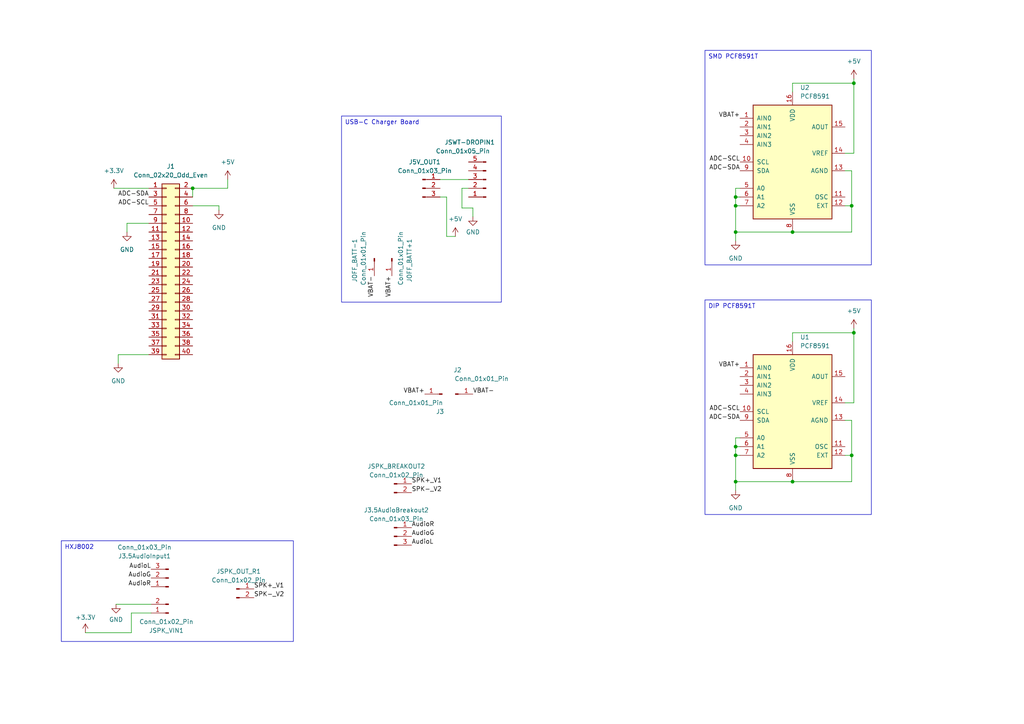
<source format=kicad_sch>
(kicad_sch (version 20230121) (generator eeschema)
  (paper "A4")
  (lib_symbols
    (symbol "Connector:Conn_01x01_Pin" (pin_names (offset 1.016) hide)
      (property "Reference" "J" (at 0 2.54 0))
      (property "Value" "Conn_01x01_Pin" (at 0 -2.54 0))
      (symbol "Conn_01x01_Pin_1_1"
        (polyline (pts (xy 1.27 0) (xy 0.8636 0)) (stroke (width 0.1524)))
        (rectangle (start 0.8636 0.127) (end 0 -0.127) (stroke (width 0.1524)) (fill (type outline)))
        (pin passive line (at 5.08 0 180) (length 3.81) (name "Pin_1") (number "1"))
      )
    )
    (symbol "Connector:Conn_01x02_Pin" (pin_names (offset 1.016) hide)
      (property "Reference" "J" (at 0 2.54 0))
      (property "Value" "Conn_01x02_Pin" (at 0 -5.08 0))
      (symbol "Conn_01x02_Pin_1_1"
        (polyline (pts (xy 1.27 -2.54) (xy 0.8636 -2.54)) (stroke (width 0.1524)))
        (polyline (pts (xy 1.27 0) (xy 0.8636 0)) (stroke (width 0.1524)))
        (rectangle (start 0.8636 -2.413) (end 0 -2.667) (stroke (width 0.1524)) (fill (type outline)))
        (rectangle (start 0.8636 0.127) (end 0 -0.127) (stroke (width 0.1524)) (fill (type outline)))
        (pin passive line (at 5.08 0 180) (length 3.81) (name "Pin_1") (number "1"))
        (pin passive line (at 5.08 -2.54 180) (length 3.81) (name "Pin_2") (number "2"))
      )
    )
    (symbol "Connector:Conn_01x03_Pin" (pin_names (offset 1.016) hide)
      (property "Reference" "J" (at 0 5.08 0))
      (property "Value" "Conn_01x03_Pin" (at 0 -5.08 0))
      (symbol "Conn_01x03_Pin_1_1"
        (polyline (pts (xy 1.27 -2.54) (xy 0.8636 -2.54)) (stroke (width 0.1524)))
        (polyline (pts (xy 1.27 0) (xy 0.8636 0)) (stroke (width 0.1524)))
        (polyline (pts (xy 1.27 2.54) (xy 0.8636 2.54)) (stroke (width 0.1524)))
        (rectangle (start 0.8636 -2.413) (end 0 -2.667) (stroke (width 0.1524)) (fill (type outline)))
        (rectangle (start 0.8636 0.127) (end 0 -0.127) (stroke (width 0.1524)) (fill (type outline)))
        (rectangle (start 0.8636 2.667) (end 0 2.413) (stroke (width 0.1524)) (fill (type outline)))
        (pin passive line (at 5.08 2.54 180) (length 3.81) (name "Pin_1") (number "1"))
        (pin passive line (at 5.08 0 180) (length 3.81) (name "Pin_2") (number "2"))
        (pin passive line (at 5.08 -2.54 180) (length 3.81) (name "Pin_3") (number "3"))
      )
    )
    (symbol "Connector:Conn_01x05_Pin" (pin_names (offset 1.016) hide)
      (property "Reference" "J" (at 0 7.62 0))
      (property "Value" "Conn_01x05_Pin" (at 0 -7.62 0))
      (symbol "Conn_01x05_Pin_1_1"
        (polyline (pts (xy 1.27 -5.08) (xy 0.8636 -5.08)) (stroke (width 0.1524)))
        (polyline (pts (xy 1.27 -2.54) (xy 0.8636 -2.54)) (stroke (width 0.1524)))
        (polyline (pts (xy 1.27 0) (xy 0.8636 0)) (stroke (width 0.1524)))
        (polyline (pts (xy 1.27 2.54) (xy 0.8636 2.54)) (stroke (width 0.1524)))
        (polyline (pts (xy 1.27 5.08) (xy 0.8636 5.08)) (stroke (width 0.1524)))
        (rectangle (start 0.8636 -4.953) (end 0 -5.207) (stroke (width 0.1524)) (fill (type outline)))
        (rectangle (start 0.8636 -2.413) (end 0 -2.667) (stroke (width 0.1524)) (fill (type outline)))
        (rectangle (start 0.8636 0.127) (end 0 -0.127) (stroke (width 0.1524)) (fill (type outline)))
        (rectangle (start 0.8636 2.667) (end 0 2.413) (stroke (width 0.1524)) (fill (type outline)))
        (rectangle (start 0.8636 5.207) (end 0 4.953) (stroke (width 0.1524)) (fill (type outline)))
        (pin passive line (at 5.08 5.08 180) (length 3.81) (name "Pin_1") (number "1"))
        (pin passive line (at 5.08 2.54 180) (length 3.81) (name "Pin_2") (number "2"))
        (pin passive line (at 5.08 0 180) (length 3.81) (name "Pin_3") (number "3"))
        (pin passive line (at 5.08 -2.54 180) (length 3.81) (name "Pin_4") (number "4"))
        (pin passive line (at 5.08 -5.08 180) (length 3.81) (name "Pin_5") (number "5"))
      )
    )
    (symbol "Connector_Generic:Conn_02x20_Odd_Even" (pin_names (offset 1.016) hide)
      (property "Reference" "J" (at 1.27 25.4 0))
      (property "Value" "Conn_02x20_Odd_Even" (at 1.27 -27.94 0))
      (symbol "Conn_02x20_Odd_Even_1_1"
        (rectangle (start -1.27 -25.273) (end 0 -25.527) (stroke (width 0.1524)))
        (rectangle (start -1.27 -22.733) (end 0 -22.987) (stroke (width 0.1524)))
        (rectangle (start -1.27 -20.193) (end 0 -20.447) (stroke (width 0.1524)))
        (rectangle (start -1.27 -17.653) (end 0 -17.907) (stroke (width 0.1524)))
        (rectangle (start -1.27 -15.113) (end 0 -15.367) (stroke (width 0.1524)))
        (rectangle (start -1.27 -12.573) (end 0 -12.827) (stroke (width 0.1524)))
        (rectangle (start -1.27 -10.033) (end 0 -10.287) (stroke (width 0.1524)))
        (rectangle (start -1.27 -7.493) (end 0 -7.747) (stroke (width 0.1524)))
        (rectangle (start -1.27 -4.953) (end 0 -5.207) (stroke (width 0.1524)))
        (rectangle (start -1.27 -2.413) (end 0 -2.667) (stroke (width 0.1524)))
        (rectangle (start -1.27 0.127) (end 0 -0.127) (stroke (width 0.1524)))
        (rectangle (start -1.27 2.667) (end 0 2.413) (stroke (width 0.1524)))
        (rectangle (start -1.27 5.207) (end 0 4.953) (stroke (width 0.1524)))
        (rectangle (start -1.27 7.747) (end 0 7.493) (stroke (width 0.1524)))
        (rectangle (start -1.27 10.287) (end 0 10.033) (stroke (width 0.1524)))
        (rectangle (start -1.27 12.827) (end 0 12.573) (stroke (width 0.1524)))
        (rectangle (start -1.27 15.367) (end 0 15.113) (stroke (width 0.1524)))
        (rectangle (start -1.27 17.907) (end 0 17.653) (stroke (width 0.1524)))
        (rectangle (start -1.27 20.447) (end 0 20.193) (stroke (width 0.1524)))
        (rectangle (start -1.27 22.987) (end 0 22.733) (stroke (width 0.1524)))
        (rectangle (start -1.27 24.13) (end 3.81 -26.67) (stroke (width 0.254)) (fill (type background)))
        (rectangle (start 3.81 -25.273) (end 2.54 -25.527) (stroke (width 0.1524)))
        (rectangle (start 3.81 -22.733) (end 2.54 -22.987) (stroke (width 0.1524)))
        (rectangle (start 3.81 -20.193) (end 2.54 -20.447) (stroke (width 0.1524)))
        (rectangle (start 3.81 -17.653) (end 2.54 -17.907) (stroke (width 0.1524)))
        (rectangle (start 3.81 -15.113) (end 2.54 -15.367) (stroke (width 0.1524)))
        (rectangle (start 3.81 -12.573) (end 2.54 -12.827) (stroke (width 0.1524)))
        (rectangle (start 3.81 -10.033) (end 2.54 -10.287) (stroke (width 0.1524)))
        (rectangle (start 3.81 -7.493) (end 2.54 -7.747) (stroke (width 0.1524)))
        (rectangle (start 3.81 -4.953) (end 2.54 -5.207) (stroke (width 0.1524)))
        (rectangle (start 3.81 -2.413) (end 2.54 -2.667) (stroke (width 0.1524)))
        (rectangle (start 3.81 0.127) (end 2.54 -0.127) (stroke (width 0.1524)))
        (rectangle (start 3.81 2.667) (end 2.54 2.413) (stroke (width 0.1524)))
        (rectangle (start 3.81 5.207) (end 2.54 4.953) (stroke (width 0.1524)))
        (rectangle (start 3.81 7.747) (end 2.54 7.493) (stroke (width 0.1524)))
        (rectangle (start 3.81 10.287) (end 2.54 10.033) (stroke (width 0.1524)))
        (rectangle (start 3.81 12.827) (end 2.54 12.573) (stroke (width 0.1524)))
        (rectangle (start 3.81 15.367) (end 2.54 15.113) (stroke (width 0.1524)))
        (rectangle (start 3.81 17.907) (end 2.54 17.653) (stroke (width 0.1524)))
        (rectangle (start 3.81 20.447) (end 2.54 20.193) (stroke (width 0.1524)))
        (rectangle (start 3.81 22.987) (end 2.54 22.733) (stroke (width 0.1524)))
        (pin passive line (at -5.08 22.86 0) (length 3.81) (name "Pin_1") (number "1"))
        (pin passive line (at 7.62 12.7 180) (length 3.81) (name "Pin_10") (number "10"))
        (pin passive line (at -5.08 10.16 0) (length 3.81) (name "Pin_11") (number "11"))
        (pin passive line (at 7.62 10.16 180) (length 3.81) (name "Pin_12") (number "12"))
        (pin passive line (at -5.08 7.62 0) (length 3.81) (name "Pin_13") (number "13"))
        (pin passive line (at 7.62 7.62 180) (length 3.81) (name "Pin_14") (number "14"))
        (pin passive line (at -5.08 5.08 0) (length 3.81) (name "Pin_15") (number "15"))
        (pin passive line (at 7.62 5.08 180) (length 3.81) (name "Pin_16") (number "16"))
        (pin passive line (at -5.08 2.54 0) (length 3.81) (name "Pin_17") (number "17"))
        (pin passive line (at 7.62 2.54 180) (length 3.81) (name "Pin_18") (number "18"))
        (pin passive line (at -5.08 0 0) (length 3.81) (name "Pin_19") (number "19"))
        (pin passive line (at 7.62 22.86 180) (length 3.81) (name "Pin_2") (number "2"))
        (pin passive line (at 7.62 0 180) (length 3.81) (name "Pin_20") (number "20"))
        (pin passive line (at -5.08 -2.54 0) (length 3.81) (name "Pin_21") (number "21"))
        (pin passive line (at 7.62 -2.54 180) (length 3.81) (name "Pin_22") (number "22"))
        (pin passive line (at -5.08 -5.08 0) (length 3.81) (name "Pin_23") (number "23"))
        (pin passive line (at 7.62 -5.08 180) (length 3.81) (name "Pin_24") (number "24"))
        (pin passive line (at -5.08 -7.62 0) (length 3.81) (name "Pin_25") (number "25"))
        (pin passive line (at 7.62 -7.62 180) (length 3.81) (name "Pin_26") (number "26"))
        (pin passive line (at -5.08 -10.16 0) (length 3.81) (name "Pin_27") (number "27"))
        (pin passive line (at 7.62 -10.16 180) (length 3.81) (name "Pin_28") (number "28"))
        (pin passive line (at -5.08 -12.7 0) (length 3.81) (name "Pin_29") (number "29"))
        (pin passive line (at -5.08 20.32 0) (length 3.81) (name "Pin_3") (number "3"))
        (pin passive line (at 7.62 -12.7 180) (length 3.81) (name "Pin_30") (number "30"))
        (pin passive line (at -5.08 -15.24 0) (length 3.81) (name "Pin_31") (number "31"))
        (pin passive line (at 7.62 -15.24 180) (length 3.81) (name "Pin_32") (number "32"))
        (pin passive line (at -5.08 -17.78 0) (length 3.81) (name "Pin_33") (number "33"))
        (pin passive line (at 7.62 -17.78 180) (length 3.81) (name "Pin_34") (number "34"))
        (pin passive line (at -5.08 -20.32 0) (length 3.81) (name "Pin_35") (number "35"))
        (pin passive line (at 7.62 -20.32 180) (length 3.81) (name "Pin_36") (number "36"))
        (pin passive line (at -5.08 -22.86 0) (length 3.81) (name "Pin_37") (number "37"))
        (pin passive line (at 7.62 -22.86 180) (length 3.81) (name "Pin_38") (number "38"))
        (pin passive line (at -5.08 -25.4 0) (length 3.81) (name "Pin_39") (number "39"))
        (pin passive line (at 7.62 20.32 180) (length 3.81) (name "Pin_4") (number "4"))
        (pin passive line (at 7.62 -25.4 180) (length 3.81) (name "Pin_40") (number "40"))
        (pin passive line (at -5.08 17.78 0) (length 3.81) (name "Pin_5") (number "5"))
        (pin passive line (at 7.62 17.78 180) (length 3.81) (name "Pin_6") (number "6"))
        (pin passive line (at -5.08 15.24 0) (length 3.81) (name "Pin_7") (number "7"))
        (pin passive line (at 7.62 15.24 180) (length 3.81) (name "Pin_8") (number "8"))
        (pin passive line (at -5.08 12.7 0) (length 3.81) (name "Pin_9") (number "9"))
      )
    )
    (symbol "Interface_Expansion:PCF8591" (pin_names (offset 1.016))
      (property "Reference" "U" (at -11.43 17.78 0))
      (property "Value" "PCF8591" (at 3.81 17.78 0))
      (symbol "PCF8591_0_1"
        (rectangle (start -11.43 -16.51) (end 11.43 16.51) (stroke (width 0.254)) (fill (type background)))
      )
      (symbol "PCF8591_1_1"
        (pin passive line (at -15.24 12.7 0) (length 3.81) (name "AIN0") (number "1"))
        (pin input line (at -15.24 0 0) (length 3.81) (name "SCL") (number "10"))
        (pin bidirectional line (at 15.24 -10.16 180) (length 3.81) (name "OSC") (number "11"))
        (pin input line (at 15.24 -12.7 180) (length 3.81) (name "EXT") (number "12"))
        (pin power_out line (at 15.24 -2.54 180) (length 3.81) (name "AGND") (number "13"))
        (pin passive line (at 15.24 2.54 180) (length 3.81) (name "VREF") (number "14"))
        (pin passive line (at 15.24 10.16 180) (length 3.81) (name "AOUT") (number "15"))
        (pin power_in line (at 0 20.32 270) (length 3.81) (name "VDD") (number "16"))
        (pin passive line (at -15.24 10.16 0) (length 3.81) (name "AIN1") (number "2"))
        (pin passive line (at -15.24 7.62 0) (length 3.81) (name "AIN2") (number "3"))
        (pin passive line (at -15.24 5.08 0) (length 3.81) (name "AIN3") (number "4"))
        (pin input line (at -15.24 -7.62 0) (length 3.81) (name "A0") (number "5"))
        (pin input line (at -15.24 -10.16 0) (length 3.81) (name "A1") (number "6"))
        (pin input line (at -15.24 -12.7 0) (length 3.81) (name "A2") (number "7"))
        (pin power_in line (at 0 -20.32 90) (length 3.81) (name "VSS") (number "8"))
        (pin bidirectional line (at -15.24 -2.54 0) (length 3.81) (name "SDA") (number "9"))
      )
    )
    (symbol "power:+3.3V" (power) (pin_names (offset 0))
      (property "Value" "+3.3V" (at 0 3.556 0))
      (symbol "+3.3V_0_1"
        (polyline (pts (xy -0.762 1.27) (xy 0 2.54)))
        (polyline (pts (xy 0 0) (xy 0 2.54)))
        (polyline (pts (xy 0 2.54) (xy 0.762 1.27)))
      )
      (symbol "+3.3V_1_1"
        (pin power_in line (at 0 0 90) (length 0) hide (name "+3.3V") (number "1"))
      )
    )
    (symbol "power:+5V" (power) (pin_names (offset 0))
      (property "Value" "+5V" (at 0 3.556 0))
      (symbol "+5V_0_1"
        (polyline (pts (xy -0.762 1.27) (xy 0 2.54)))
        (polyline (pts (xy 0 0) (xy 0 2.54)))
        (polyline (pts (xy 0 2.54) (xy 0.762 1.27)))
      )
      (symbol "+5V_1_1"
        (pin power_in line (at 0 0 90) (length 0) hide (name "+5V") (number "1"))
      )
    )
    (symbol "power:GND" (power) (pin_names (offset 0))
      (property "Value" "GND" (at 0 -3.81 0))
      (symbol "GND_0_1"
        (polyline (pts (xy 0 0) (xy 0 -1.27) (xy 1.27 -1.27) (xy 0 -2.54) (xy -1.27 -1.27) (xy 0 -1.27)))
      )
      (symbol "GND_1_1"
        (pin power_in line (at 0 0 270) (length 0) hide (name "GND") (number "1"))
      )
    )
  )
  (junction (at 213.36 59.69))
  (junction (at 213.36 129.54))
  (junction (at 229.87 67.31))
  (junction (at 247.015 132.08))
  (junction (at 213.36 57.15))
  (junction (at 247.65 96.52))
  (junction (at 213.36 139.7))
  (junction (at 247.65 24.13))
  (junction (at 229.87 139.7))
  (junction (at 213.36 67.31))
  (junction (at 213.36 132.08))
  (junction (at 55.88 54.61))
  (junction (at 247.015 59.69))
  (wire (pts (xy 247.015 132.08) (xy 247.015 139.7)))
  (wire (pts (xy 43.815 177.8) (xy 38.1 177.8)))
  (wire (pts (xy 229.87 96.52) (xy 247.65 96.52)))
  (wire (pts (xy 129.54 68.58) (xy 132.08 68.58)))
  (wire (pts (xy 247.015 139.7) (xy 229.87 139.7)))
  (wire (pts (xy 213.36 139.7) (xy 229.87 139.7)))
  (wire (pts (xy 247.65 96.52) (xy 247.65 116.84)))
  (wire (pts (xy 229.87 26.67) (xy 229.87 24.13)))
  (wire (pts (xy 247.65 22.86) (xy 247.65 24.13)))
  (wire (pts (xy 213.36 132.08) (xy 213.36 139.7)))
  (wire (pts (xy 66.04 52.07) (xy 66.04 54.61)))
  (wire (pts (xy 213.36 67.31) (xy 213.36 69.85)))
  (wire (pts (xy 213.36 59.69) (xy 213.36 57.15)))
  (wire (pts (xy 247.65 44.45) (xy 245.11 44.45)))
  (wire (pts (xy 133.985 60.325) (xy 133.985 54.61)))
  (wire (pts (xy 34.29 102.87) (xy 34.29 105.41)))
  (wire (pts (xy 38.1 177.8) (xy 38.1 183.515)))
  (wire (pts (xy 129.54 68.58) (xy 129.54 57.15)))
  (wire (pts (xy 213.36 127) (xy 213.36 129.54)))
  (wire (pts (xy 213.36 54.61) (xy 213.36 57.15)))
  (wire (pts (xy 213.36 67.31) (xy 229.87 67.31)))
  (wire (pts (xy 33.02 54.61) (xy 43.18 54.61)))
  (wire (pts (xy 214.63 54.61) (xy 213.36 54.61)))
  (wire (pts (xy 213.36 57.15) (xy 214.63 57.15)))
  (wire (pts (xy 247.015 59.69) (xy 245.11 59.69)))
  (wire (pts (xy 24.765 183.515) (xy 38.1 183.515)))
  (wire (pts (xy 36.83 67.31) (xy 36.83 64.77)))
  (wire (pts (xy 137.16 60.325) (xy 133.985 60.325)))
  (wire (pts (xy 247.65 24.13) (xy 247.65 44.45)))
  (wire (pts (xy 247.015 59.69) (xy 247.015 67.31)))
  (wire (pts (xy 247.65 95.25) (xy 247.65 96.52)))
  (wire (pts (xy 127.635 52.07) (xy 135.89 52.07)))
  (wire (pts (xy 213.36 132.08) (xy 213.36 129.54)))
  (wire (pts (xy 247.015 67.31) (xy 229.87 67.31)))
  (wire (pts (xy 55.88 54.61) (xy 55.88 57.15)))
  (wire (pts (xy 214.63 59.69) (xy 213.36 59.69)))
  (wire (pts (xy 43.18 102.87) (xy 34.29 102.87)))
  (wire (pts (xy 133.985 54.61) (xy 135.89 54.61)))
  (wire (pts (xy 55.88 59.69) (xy 63.5 59.69)))
  (wire (pts (xy 36.83 64.77) (xy 43.18 64.77)))
  (wire (pts (xy 247.65 116.84) (xy 245.11 116.84)))
  (wire (pts (xy 229.87 99.06) (xy 229.87 96.52)))
  (wire (pts (xy 33.655 175.26) (xy 43.815 175.26)))
  (wire (pts (xy 214.63 127) (xy 213.36 127)))
  (wire (pts (xy 137.16 60.325) (xy 137.16 62.865)))
  (wire (pts (xy 245.11 49.53) (xy 247.015 49.53)))
  (wire (pts (xy 245.11 121.92) (xy 247.015 121.92)))
  (wire (pts (xy 63.5 59.69) (xy 63.5 60.96)))
  (wire (pts (xy 247.015 121.92) (xy 247.015 132.08)))
  (wire (pts (xy 247.015 49.53) (xy 247.015 59.69)))
  (wire (pts (xy 213.36 59.69) (xy 213.36 67.31)))
  (wire (pts (xy 213.36 139.7) (xy 213.36 142.24)))
  (wire (pts (xy 214.63 132.08) (xy 213.36 132.08)))
  (wire (pts (xy 213.36 129.54) (xy 214.63 129.54)))
  (wire (pts (xy 229.87 24.13) (xy 247.65 24.13)))
  (wire (pts (xy 129.54 57.15) (xy 127.635 57.15)))
  (wire (pts (xy 55.88 54.61) (xy 66.04 54.61)))
  (wire (pts (xy 247.015 132.08) (xy 245.11 132.08)))
  (text_box "USB-C Charger Board" (at 99.06 33.655 0) (size 46.355 53.975) (effects (font (size 1.27 1.27)) (justify left top)))
  (text_box "SMD PCF8591T" (at 204.47 14.605 0) (size 48.26 62.23) (effects (font (size 1.27 1.27)) (justify left top)))
  (text_box "DIP PCF8591T" (at 204.47 86.995 0) (size 48.26 62.23) (effects (font (size 1.27 1.27)) (justify left top)))
  (text_box "HXJ8002" (at 17.78 156.845 0) (size 67.31 29.21) (effects (font (size 1.27 1.27)) (justify left top)))
  (label "SPK+_V1" (at 73.66 170.815 0))
  (label "AudioL" (at 43.815 165.1 180))
  (label "SPK-_V2" (at 119.38 142.875 0))
  (label "AudioR" (at 43.815 170.18 180))
  (label "ADC-SCL" (at 214.63 46.99 180))
  (label "VBAT+" (at 214.63 106.68 180))
  (label "AudioG" (at 43.815 167.64 180))
  (label "VBAT-" (at 137.16 114.3 0))
  (label "VBAT-" (at 108.585 80.01 270))
  (label "AudioG" (at 119.38 155.575 0))
  (label "ADC-SCL" (at 43.18 59.69 180))
  (label "ADC-SDA" (at 43.18 57.15 180))
  (label "VBAT+" (at 113.665 80.01 270))
  (label "ADC-SDA" (at 214.63 121.92 180))
  (label "SPK-_V2" (at 73.66 173.355 0))
  (label "VBAT+" (at 214.63 34.29 180))
  (label "AudioL" (at 119.38 158.115 0))
  (label "VBAT+" (at 123.19 114.3 180))
  (label "ADC-SCL" (at 214.63 119.38 180))
  (label "AudioR" (at 119.38 153.035 0))
  (label "ADC-SDA" (at 214.63 49.53 180))
  (label "SPK+_V1" (at 119.38 140.335 0))
  (symbol (lib_id "power:GND") (at 63.5 60.96 0) (unit 1)
    (property "Reference" "#PWR05" (effects hide))
    (property "Value" "GND" (at 63.5 66.04 0))
  )
  (symbol (lib_id "power:GND") (at 213.36 69.85 0) (unit 1)
    (property "Reference" "#PWR012" (effects hide))
    (property "Value" "GND" (at 213.36 74.93 0))
  )
  (symbol (lib_id "Connector:Conn_01x01_Pin") (at 128.27 114.3 180) (unit 1)
    (property "Reference" "J3" (at 127.635 119.38 0))
    (property "Value" "Conn_01x01_Pin" (at 120.65 116.84 0))
    (property "Footprint" "Connector_Wire:SolderWire-1.5sqmm_1x01_D1.7mm_OD3.9mm" (effects hide))
  )
  (symbol (lib_id "Connector:Conn_01x03_Pin") (at 122.555 54.61 0) (unit 1)
    (property "Reference" "J5V_OUT1" (at 123.19 46.99 0))
    (property "Value" "Conn_01x03_Pin" (at 123.19 49.53 0))
    (property "Footprint" "Connector_PinHeader_2.54mm:PinHeader_1x03_P2.54mm_Vertical" (effects hide))
  )
  (symbol (lib_id "power:+5V") (at 66.04 52.07 0) (unit 1)
    (property "Reference" "#PWR03" (effects hide))
    (property "Value" "+5V" (at 66.04 46.99 0))
  )
  (symbol (lib_id "Connector:Conn_01x05_Pin") (at 140.97 52.07 180) (unit 1)
    (property "Reference" "JSWT-DROPIN1" (at 128.905 41.275 0) (effects (justify right)))
    (property "Value" "Conn_01x05_Pin" (at 126.365 43.815 0) (effects (justify right)))
    (property "Footprint" "Connector_PinHeader_2.54mm:PinHeader_1x05_P2.54mm_Vertical" (effects hide))
  )
  (symbol (lib_id "power:+5V") (at 132.08 68.58 0) (unit 1)
    (property "Reference" "#PWR09" (effects hide))
    (property "Value" "+5V" (at 132.08 63.5 0))
  )
  (symbol (lib_id "Interface_Expansion:PCF8591") (at 229.87 119.38 0) (unit 1)
    (property "Reference" "U1" (at 232.0641 97.79 0) (effects (justify left)))
    (property "Value" "PCF8591" (at 232.0641 100.33 0) (effects (justify left)))
    (property "Footprint" "Package_DIP:DIP-16_W7.62mm_Socket" (effects hide))
    (property "Datasheet" "http://www.nxp.com/docs/en/data-sheet/PCF8591.pdf" (effects hide))
  )
  (symbol (lib_id "power:GND") (at 34.29 105.41 0) (unit 1)
    (property "Reference" "#PWR01" (effects hide))
    (property "Value" "GND" (at 34.29 110.49 0))
  )
  (symbol (lib_id "power:GND") (at 213.36 142.24 0) (unit 1)
    (property "Reference" "#PWR07" (effects hide))
    (property "Value" "GND" (at 213.36 147.32 0))
  )
  (symbol (lib_id "Connector:Conn_01x01_Pin") (at 132.08 114.3 0) (unit 1)
    (property "Reference" "J2" (at 132.715 107.315 0))
    (property "Value" "Conn_01x01_Pin" (at 139.7 109.855 0))
    (property "Footprint" "Connector_Wire:SolderWire-1.5sqmm_1x01_D1.7mm_OD3.9mm" (effects hide))
  )
  (symbol (lib_id "power:+3.3V") (at 24.765 183.515 0) (unit 1)
    (property "Reference" "#PWR011" (effects hide))
    (property "Value" "+3.3V" (at 24.765 179.07 0))
  )
  (symbol (lib_id "Connector:Conn_01x02_Pin") (at 48.895 177.8 180) (unit 1)
    (property "Reference" "JSPK_VIN1" (at 48.26 182.88 0))
    (property "Value" "Conn_01x02_Pin" (at 48.26 180.34 0))
    (property "Footprint" "Connector_PinSocket_2.54mm:PinSocket_1x02_P2.54mm_Vertical" (effects hide))
  )
  (symbol (lib_id "Interface_Expansion:PCF8591") (at 229.87 46.99 0) (unit 1)
    (property "Reference" "U2" (at 232.0641 25.4 0) (effects (justify left)))
    (property "Value" "PCF8591" (at 232.0641 27.94 0) (effects (justify left)))
    (property "Footprint" "footprints:SOIC127P1032X265-16N" (effects hide))
    (property "Datasheet" "http://www.nxp.com/docs/en/data-sheet/PCF8591.pdf" (effects hide))
  )
  (symbol (lib_id "power:GND") (at 36.83 67.31 0) (unit 1)
    (property "Reference" "#PWR04" (effects hide))
    (property "Value" "GND" (at 36.83 72.39 0))
  )
  (symbol (lib_id "Connector:Conn_01x02_Pin") (at 114.3 140.335 0) (unit 1)
    (property "Reference" "JSPK_BREAKOUT2" (at 114.935 135.255 0))
    (property "Value" "Conn_01x02_Pin" (at 114.935 137.795 0))
    (property "Footprint" "Connector_PinSocket_2.54mm:PinSocket_1x02_P2.54mm_Vertical" (effects hide))
  )
  (symbol (lib_id "Connector:Conn_01x01_Pin") (at 113.665 74.93 270) (unit 1)
    (property "Reference" "JOFF_BATT+1" (at 118.745 75.565 0))
    (property "Value" "Conn_01x01_Pin" (at 116.205 74.93 0))
    (property "Footprint" "Connector_PinHeader_2.54mm:PinHeader_1x01_P2.54mm_Vertical" (effects hide))
  )
  (symbol (lib_id "Connector:Conn_01x01_Pin") (at 108.585 74.93 270) (unit 1)
    (property "Reference" "JOFF_BATT-1" (at 102.87 75.565 0))
    (property "Value" "Conn_01x01_Pin" (at 105.41 74.93 0))
    (property "Footprint" "Connector_PinHeader_2.54mm:PinHeader_1x01_P2.54mm_Vertical" (effects hide))
  )
  (symbol (lib_id "Connector:Conn_01x03_Pin") (at 48.895 167.64 180) (unit 1)
    (property "Reference" "J3.5AudioInput1" (at 41.91 161.29 0))
    (property "Value" "Conn_01x03_Pin" (at 41.91 158.75 0))
    (property "Footprint" "Connector_PinSocket_2.54mm:PinSocket_1x03_P2.54mm_Vertical" (effects hide))
  )
  (symbol (lib_id "power:+3.3V") (at 33.02 54.61 0) (unit 1)
    (property "Reference" "#PWR02" (effects hide))
    (property "Value" "+3.3V" (at 33.02 49.53 0))
  )
  (symbol (lib_id "Connector:Conn_01x02_Pin") (at 68.58 170.815 0) (unit 1)
    (property "Reference" "JSPK_OUT_R1" (at 69.215 165.735 0))
    (property "Value" "Conn_01x02_Pin" (at 69.215 168.275 0))
    (property "Footprint" "Connector_PinSocket_2.54mm:PinSocket_1x02_P2.54mm_Vertical" (effects hide))
  )
  (symbol (lib_id "Connector_Generic:Conn_02x20_Odd_Even") (at 48.26 77.47 0) (unit 1)
    (property "Reference" "J1" (at 49.53 48.26 0))
    (property "Value" "Conn_02x20_Odd_Even" (at 49.53 50.8 0))
    (property "Footprint" "Connector_PinHeader_2.54mm:PinHeader_2x20_P2.54mm_Vertical" (effects hide))
  )
  (symbol (lib_id "power:+5V") (at 247.65 22.86 0) (unit 1)
    (property "Reference" "#PWR013" (effects hide))
    (property "Value" "+5V" (at 247.65 17.78 0))
  )
  (symbol (lib_id "Connector:Conn_01x03_Pin") (at 114.3 155.575 0) (unit 1)
    (property "Reference" "J3.5AudioBreakout2" (at 114.935 147.955 0))
    (property "Value" "Conn_01x03_Pin" (at 114.935 150.495 0))
    (property "Footprint" "Connector_PinSocket_2.54mm:PinSocket_1x03_P2.54mm_Vertical" (effects hide))
  )
  (symbol (lib_id "power:GND") (at 137.16 62.865 0) (unit 1)
    (property "Reference" "#PWR08" (effects hide))
    (property "Value" "GND" (at 137.16 67.31 0))
  )
  (symbol (lib_id "power:GND") (at 33.655 175.26 0) (unit 1)
    (property "Reference" "#PWR010" (effects hide))
    (property "Value" "GND" (at 33.655 179.705 0))
  )
  (symbol (lib_id "power:+5V") (at 247.65 95.25 0) (unit 1)
    (property "Reference" "#PWR06" (effects hide))
    (property "Value" "+5V" (at 247.65 90.17 0))
  )
)
</source>
